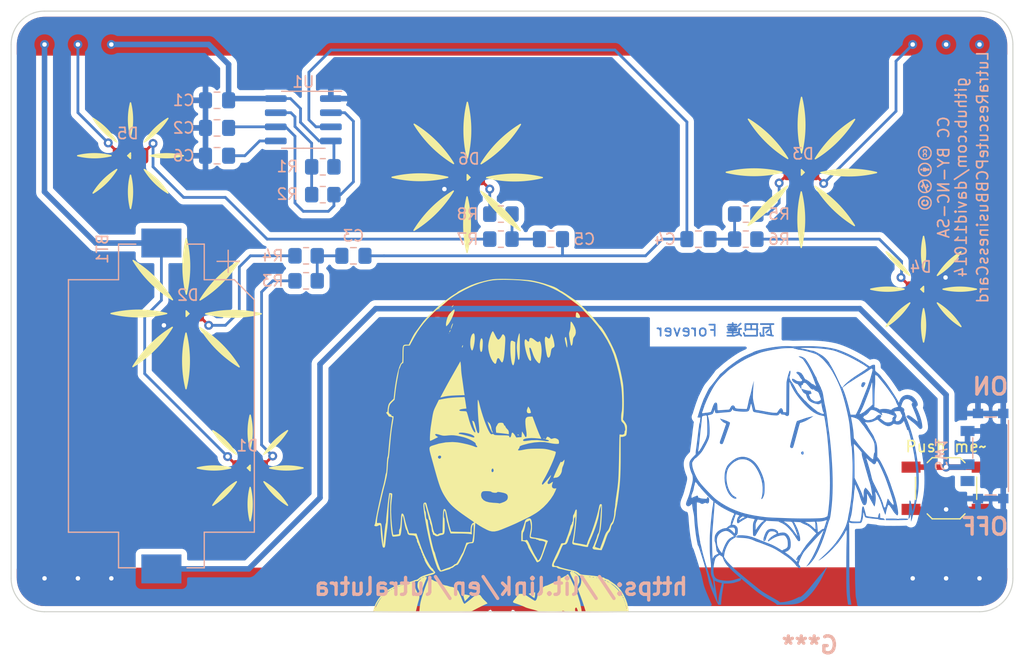
<source format=kicad_pcb>
(kicad_pcb (version 20211014) (generator pcbnew)
  (layers (0 "F.Cu" signal) (31 "B.Cu" signal) (34 "B.Paste" user) (35 "F.Paste" user) (36 "B.SilkS" user "B.Silkscreen") (37 "F.SilkS" user "F.Silkscreen") (38 "B.Mask" user) (39 "F.Mask" user) (44 "Edge.Cuts" user))
  (net 0 "")
  (net 1 "+3V0")
  (net 2 "GNDREF")
  (net 3 "Net-(C2-Pad1)")
  (net 4 "Net-(C3-Pad2)")
  (net 5 "Net-(D1-Pad1)")
  (net 6 "Net-(D2-Pad2)")
  (net 7 "Net-(R1-Pad2)")
  (net 9 "555 Output")
  (net 10 "Net-(C4-Pad2)")
  (net 11 "Net-(C5-Pad2)")
  (net 12 "Net-(D3-Pad1)")
  (net 13 "Net-(D4-Pad2)")
  (net 14 "Net-(D5-Pad1)")
  (net 15 "Net-(D6-Pad2)")
  (net 16 "Net-(BT1-Pad2)")
  (net 17 "Net-(C6-Pad1)")
  (footprint "Img:LED_0805_2012Metric_Pad1.15x1.40mm_HandSolder_Flower" (layer "F.Cu") (at 139.975 96.95)
    (fp_text reference "D6")
    (fp_text value "LED")
  )
  (footprint "Img:LED_0805_2012Metric_Pad1.15x1.40mm_HandSolder_Flower_small" (layer "F.Cu") (at 109.725 95 180)
    (fp_text reference "D5")
    (fp_text value "LED")
  )
  (footprint "Img:LED_0805_2012Metric_Pad1.15x1.40mm_HandSolder_Flower_small" (layer "F.Cu") (at 120.475 123.075 180)
    (fp_text reference "D1")
    (fp_text value "LED")
  )
  (footprint "Button_Switch_SMD:SW_SPST_TL3342" (layer "F.Cu") (at 183 124.9)
    (fp_text reference "Push me~")
    (fp_text value "SW_Push")
  )
  (footprint "Img:LED_0805_2012Metric_Pad1.15x1.40mm_HandSolder_Flower" (layer "F.Cu") (at 170 96.5)
    (fp_text reference "D3")
    (fp_text value "LED")
  )
  (footprint "Img:Lutra_PCB_white" (layer "F.Cu") (at 143 121)
    (fp_text reference "G***" hide)
    (fp_text value "LOGO" hide)
  )
  (footprint "Img:LED_0805_2012Metric_Pad1.15x1.40mm_HandSolder_Flower" (layer "F.Cu") (at 114.725 109.2)
    (fp_text reference "D2")
    (fp_text value "LED")
  )
  (footprint "Img:LED_0805_2012Metric_Pad1.15x1.40mm_HandSolder_Flower_small" (layer "F.Cu") (at 180.975 107 180)
    (fp_text reference "D4")
    (fp_text value "LED")
  )
  (footprint "Capacitor_SMD:C_0805_2012Metric_Pad1.18x1.45mm_HandSolder" (layer "B.Cu") (at 160.75 102.5)
    (fp_text reference "C4")
    (fp_text value "10uF")
  )
  (footprint "Resistor_SMD:R_0805_2012Metric_Pad1.20x1.40mm_HandSolder" (layer "B.Cu") (at 127 98.5)
    (fp_text reference "R2")
    (fp_text value "100K")
  )
  (footprint "Img:Lutra_QRCode" (layer "B.Cu") (at 143 121.5 180)
    (fp_text reference "https://lit.link/en/lutralutra")
    (fp_text value "Conn_01x01" hide)
  )
  (footprint "Capacitor_SMD:C_0805_2012Metric_Pad1.18x1.45mm_HandSolder" (layer "B.Cu") (at 117.5 90.018375)
    (fp_text reference "C1")
    (fp_text value "0.1uF")
  )
  (footprint "Resistor_SMD:R_0805_2012Metric_Pad1.20x1.40mm_HandSolder" (layer "B.Cu") (at 165 100.25 180)
    (fp_text reference "R5")
    (fp_text value "2K")
  )
  (footprint "Capacitor_SMD:C_0805_2012Metric_Pad1.18x1.45mm_HandSolder" (layer "B.Cu") (at 129.75 104 180)
    (fp_text reference "C3")
    (fp_text value "10uF")
  )
  (footprint "Img:CC-BY-NC-SA" (layer "B.Cu") (at 185.28409 96.93476 -90)
    (fp_text reference "LutraRescutePCBBusinessCard")
    (fp_text value "CC-BY-NC-SA" hide)
  )
  (footprint "Img:Switch_MSK-01A" (layer "B.Cu") (at 187 120.5 90)
    (fp_text reference "SW1")
    (fp_text value "SW_DPDT_x2")
  )
  (footprint "Capacitor_SMD:C_0805_2012Metric_Pad1.18x1.45mm_HandSolder" (layer "B.Cu") (at 117.5 95 180)
    (fp_text reference "C6")
    (fp_text value "0.001uF")
  )
  (footprint "Package_SO:SOIC-8_3.9x4.9mm_P1.27mm" (layer "B.Cu") (at 125.25 91.768375 180)
    (fp_text reference "U1")
    (fp_text value "LMC555CM/NOPB")
  )
  (footprint "Resistor_SMD:R_0805_2012Metric_Pad1.20x1.40mm_HandSolder" (layer "B.Cu") (at 143 100.25 180)
    (fp_text reference "R8")
    (fp_text value "2K")
  )
  (footprint "Img:Lutra_wabada" (layer "B.Cu") (at 170.151854 123.291103 180)
    (fp_text reference "G***")
    (fp_text value "LOGO" hide)
  )
  (footprint "Capacitor_SMD:C_0805_2012Metric_Pad1.18x1.45mm_HandSolder" (layer "B.Cu") (at 147.5 102.5 180)
    (fp_text reference "C5")
    (fp_text value "10uF")
  )
  (footprint "Resistor_SMD:R_0805_2012Metric_Pad1.20x1.40mm_HandSolder" (layer "B.Cu") (at 125.5 106.25)
    (fp_text reference "R3")
    (fp_text value "2K")
  )
  (footprint "Battery:BatteryHolder_Keystone_1060_1x2032" (layer "B.Cu") (at 112.5 117.5 -90)
    (fp_text reference "BT1")
    (fp_text value "Battery_Cell")
  )
  (footprint "Resistor_SMD:R_0805_2012Metric_Pad1.20x1.40mm_HandSolder" (layer "B.Cu") (at 165 102.5)
    (fp_text reference "R6")
    (fp_text value "2K")
  )
  (footprint "Resistor_SMD:R_0805_2012Metric_Pad1.20x1.40mm_HandSolder" (layer "B.Cu") (at 143 102.5)
    (fp_text reference "R7")
    (fp_text value "2K")
  )
  (footprint "Capacitor_SMD:C_0805_2012Metric_Pad1.18x1.45mm_HandSolder" (layer "B.Cu") (at 117.5 92.5 180)
    (fp_text reference "C2")
    (fp_text value "10uF")
  )
  (footprint "Resistor_SMD:R_0805_2012Metric_Pad1.20x1.40mm_HandSolder" (layer "B.Cu") (at 125.5 104 180)
    (fp_text reference "R4")
    (fp_text value "2K")
  )
  (footprint "Resistor_SMD:R_0805_2012Metric_Pad1.20x1.40mm_HandSolder" (layer "B.Cu") (at 127 96 180)
    (fp_text reference "R1")
    (fp_text value "100K")
  )
  (gr_arc (start 102 136) (mid 99.87868 135.12132) (end 99 133) (layer "Edge.Cuts") (width 0.1))
  (gr_arc (start 189 133) (mid 188.12132 135.12132) (end 186 136) (layer "Edge.Cuts") (width 0.1))
  (gr_line (start 189 85) (end 189 133) (layer "Edge.Cuts") (width 0.1))
  (gr_arc (start 186 82) (mid 188.12132 82.87868) (end 189 85) (layer "Edge.Cuts") (width 0.1))
  (gr_arc (start 99 85) (mid 99.87868 82.87868) (end 102 82) (layer "Edge.Cuts") (width 0.1))
  (gr_line (start 99 133) (end 99 85) (layer "Edge.Cuts") (width 0.1))
  (gr_line (start 102 82) (end 186 82) (layer "Edge.Cuts") (width 0.1))
  (gr_line (start 186 136) (end 102 136) (layer "Edge.Cuts") (width 0.1))
  (gr_text "OFF" (at 186.48 128.35) (layer "B.SilkS") (effects (font (size 1.5 1.5) (thickness 0.3)) (justify mirror)))
  (gr_text "ON" (at 186.98 115.75) (layer "B.SilkS") (effects (font (size 1.5 1.5) (thickness 0.3)) (justify mirror)))
  (segment (start 119.45 123.05) (end 118.45 122.05) (width 0.25) (layer "F.Cu") (net 1))
  (segment (start 172 97.475) (end 171.025 96.5) (width 0.25) (layer "F.Cu") (net 1))
  (segment (start 107.725 93.85) (end 108.7 94.825) (width 0.25) (layer "F.Cu") (net 1))
  (via (at 118.45 122.05) (size 0.8) (drill 0.4) (layers "F.Cu" "B.Cu") (net 1))
  (via (at 172 97.5) (size 0.8) (drill 0.4) (layers "F.Cu" "B.Cu") (net 1))
  (via (at 108 85) (size 0.8) (drill 0.4) (layers "F.Cu" "B.Cu") (net 1))
  (via (at 180 85) (size 0.8) (drill 0.4) (layers "F.Cu" "B.Cu") (net 1))
  (via (at 186 85) (size 0.8) (drill 0.4) (layers "F.Cu" "B.Cu") (net 1))
  (via (at 102 85) (size 0.8) (drill 0.4) (layers "F.Cu" "B.Cu") (net 1))
  (via (at 105 85) (size 0.8) (drill 0.4) (layers "F.Cu" "B.Cu") (net 1))
  (via (at 107.725 93.85) (size 0.8) (drill 0.4) (layers "F.Cu" "B.Cu") (net 1))
  (via (at 183 85) (size 0.8) (drill 0.4) (layers "F.Cu" "B.Cu") (net 1))
  (segment (start 108 85) (end 116.75 85) (width 0.5) (layer "B.Cu") (net 1))
  (segment (start 125 92) (end 126.673375 93.673375) (width 0.25) (layer "B.Cu") (net 1))
  (segment (start 118.5375 86.7875) (end 118.5375 90.018375) (width 0.5) (layer "B.Cu") (net 1))
  (segment (start 112.5 108) (end 112.5 102.85) (width 0.25) (layer "B.Cu") (net 1))
  (segment (start 122.775 89.863375) (end 124.095 89.863375) (width 0.25) (layer "B.Cu") (net 1))
  (segment (start 111 114.6) (end 111 109.5) (width 0.25) (layer "B.Cu") (net 1))
  (segment (start 105 85) (end 105 91.125) (width 0.25) (layer "B.Cu") (net 1))
  (segment (start 126.673375 93.673375) (end 127.725 93.673375) (width 0.25) (layer "B.Cu") (net 1))
  (segment (start 118.45 122.05) (end 111 114.6) (width 0.25) (layer "B.Cu") (net 1))
  (segment (start 178.5 91) (end 178.5 86.5) (width 0.25) (layer "B.Cu") (net 1))
  (segment (start 105 91.125) (end 107.725 93.85) (width 0.25) (layer "B.Cu") (net 1))
  (segment (start 128 96) (end 128 93.948375) (width 0.25) (layer "B.Cu") (net 1))
  (segment (start 106.6 102.85) (end 102 98.25) (width 0.5) (layer "B.Cu") (net 1))
  (segment (start 118.6925 89.863375) (end 118.5375 90.018375) (width 0.25) (layer "B.Cu") (net 1))
  (segment (start 172 97.5) (end 178.5 91) (width 0.25) (layer "B.Cu") (net 1))
  (segment (start 102 98.25) (end 102 85) (width 0.5) (layer "B.Cu") (net 1))
  (segment (start 125 90.768375) (end 125 92) (width 0.25) (layer "B.Cu") (net 1))
  (segment (start 111 109.5) (end 112.5 108) (width 0.25) (layer "B.Cu") (net 1))
  (segment (start 112.5 102.85) (end 106.6 102.85) (width 0.5) (layer "B.Cu") (net 1))
  (segment (start 122.775 89.863375) (end 118.6925 89.863375) (width 0.5) (layer "B.Cu") (net 1))
  (segment (start 116.75 85) (end 118.5375 86.7875) (width 0.5) (layer "B.Cu") (net 1))
  (segment (start 178.5 86.5) (end 180 85) (width 0.25) (layer "B.Cu") (net 1))
  (segment (start 128 93.948375) (end 127.725 93.673375) (width 0.25) (layer "B.Cu") (net 1))
  (segment (start 124.095 89.863375) (end 125 90.768375) (width 0.25) (layer "B.Cu") (net 1))
  (segment (start 183 126.8) (end 179.85 126.8) (width 0.5) (layer "F.Cu") (net 2))
  (segment (start 183 126.8) (end 186.15 126.8) (width 0.5) (layer "F.Cu") (net 2))
  (segment (start 113.7 109.275) (end 112.725 110.25) (width 0.25) (layer "F.Cu") (net 2))
  (segment (start 182 106.9) (end 182.95 105.95) (width 0.25) (layer "F.Cu") (net 2))
  (segment (start 138.95 96.975) (end 137.925 98) (width 0.25) (layer "F.Cu") (net 2))
  (via (at 186 133) (size 0.8) (drill 0.4) (layers "F.Cu" "B.Cu") (net 2))
  (via (at 180 133) (size 0.8) (drill 0.4) (layers "F.Cu" "B.Cu") (net 2))
  (via (at 108 133) (size 0.8) (drill 0.4) (layers "F.Cu" "B.Cu") (net 2))
  (via (at 183 133) (size 0.8) (drill 0.4) (layers "F.Cu" "B.Cu") (net 2))
  (via (at 182.95 105.95) (size 0.8) (drill 0.4) (layers "F.Cu" "B.Cu") (net 2))
  (via (at 105 133) (size 0.8) (drill 0.4) (layers "F.Cu" "B.Cu") (net 2))
  (via (at 112.725 110.25) (size 0.8) (drill 0.4) (layers "F.Cu" "B.Cu") (net 2))
  (via (at 102 133) (size 0.8) (drill 0.4) (layers "F.Cu" "B.Cu") (net 2))
  (via (at 137.925 98) (size 0.8) (drill 0.4) (layers "F.Cu" "B.Cu") (net 2))
  (via (at 183 126.8) (size 0.8) (drill 0.4) (layers "F.Cu" "B.Cu") (net 2))
  (segment (start 128.983375 91.133375) (end 127.725 91.133375) (width 0.25) (layer "B.Cu") (net 3))
  (segment (start 122.775 92.403375) (end 118.634125 92.403375) (width 0.25) (layer "B.Cu") (net 3))
  (segment (start 128 99.5) (end 128 98.5) (width 0.25) (layer "B.Cu") (net 3))
  (segment (start 127.5 100) (end 128 99.5) (width 0.25) (layer "B.Cu") (net 3))
  (segment (start 124.5 99.25) (end 125.25 100) (width 0.25) (layer "B.Cu") (net 3))
  (segment (start 124.5 93.25) (end 124.5 99.25) (width 0.25) (layer "B.Cu") (net 3))
  (segment (start 128.6 98.5) (end 129.75 97.35) (width 0.25) (layer "B.Cu") (net 3))
  (segment (start 122.775 92.403375) (end 123.653375 92.403375) (width 0.25) (layer "B.Cu") (net 3))
  (segment (start 118.634125 92.403375) (end 118.5375 92.5) (width 0.25) (layer "B.Cu") (net 3))
  (segment (start 129.75 97.35) (end 129.75 91.9) (width 0.25) (layer "B.Cu") (net 3))
  (segment (start 123.653375 92.403375) (end 124.5 93.25) (width 0.25) (layer "B.Cu") (net 3))
  (segment (start 129.75 91.9) (end 128.983375 91.133375) (width 0.25) (layer "B.Cu") (net 3))
  (segment (start 128 98.5) (end 128.6 98.5) (width 0.25) (layer "B.Cu") (net 3))
  (segment (start 125.25 100) (end 127.5 100) (width 0.25) (layer "B.Cu") (net 3))
  (segment (start 126.5 104) (end 126.5 106.25) (width 0.25) (layer "B.Cu") (net 4))
  (segment (start 128.7125 104) (end 126.5 104) (width 0.25) (layer "B.Cu") (net 4))
  (segment (start 121.5 123) (end 122.5 122) (width 0.25) (layer "F.Cu") (net 5))
  (via (at 122.5 122) (size 0.8) (drill 0.4) (layers "F.Cu" "B.Cu") (net 5))
  (segment (start 121.5 107.25) (end 122.5 106.25) (width 0.25) (layer "B.Cu") (net 5))
  (segment (start 121.5 121) (end 121.5 107.25) (width 0.25) (layer "B.Cu") (net 5))
  (segment (start 124.5 106.25) (end 122.5 106.25) (width 0.25) (layer "B.Cu") (net 5))
  (segment (start 122.5 122) (end 121.5 121) (width 0.25) (layer "B.Cu") (net 5))
  (segment (start 115.75 109.25) (end 116.75 110.25) (width 0.25) (layer "F.Cu") (net 6))
  (via (at 116.75 110.25) (size 0.8) (drill 0.4) (layers "F.Cu" "B.Cu") (net 6))
  (segment (start 118.25 110.25) (end 119.5 109) (width 0.25) (layer "B.Cu") (net 6))
  (segment (start 120.5 104) (end 119.5 105) (width 0.25) (layer "B.Cu") (net 6))
  (segment (start 124.5 104) (end 120.5 104) (width 0.25) (layer "B.Cu") (net 6))
  (segment (start 119.5 109) (end 119.5 105) (width 0.25) (layer "B.Cu") (net 6))
  (segment (start 116.75 110.25) (end 118.25 110.25) (width 0.25) (layer "B.Cu") (net 6))
  (segment (start 124.5 91.5) (end 124.5 92.375) (width 0.25) (layer "B.Cu") (net 7))
  (segment (start 124.5 92.375) (end 126 93.875) (width 0.25) (layer "B.Cu") (net 7))
  (segment (start 122.775 91.133375) (end 124.133375 91.133375) (width 0.25) (layer "B.Cu") (net 7))
  (segment (start 126 93.875) (end 126 96) (width 0.25) (layer "B.Cu") (net 7))
  (segment (start 124.133375 91.133375) (end 124.5 91.5) (width 0.25) (layer "B.Cu") (net 7))
  (segment (start 126 96) (end 126 98.5) (width 0.25) (layer "B.Cu") (net 7))
  (segment (start 132.5 104) (end 148.5 104) (width 0.25) (layer "B.Cu") (net 9))
  (segment (start 148.5375 103.9625) (end 148.5 104) (width 0.25) (layer "B.Cu") (net 9))
  (segment (start 126.385 92.403375) (end 127.725 92.403375) (width 0.25) (layer "B.Cu") (net 9))
  (segment (start 148.5375 102.5) (end 148.5375 103.9625) (width 0.25) (layer "B.Cu") (net 9))
  (segment (start 153.25 85.5) (end 127.75 85.5) (width 0.25) (layer "B.Cu") (net 9))
  (segment (start 125.75 91.768375) (end 126.385 92.403375) (width 0.25) (layer "B.Cu") (net 9))
  (segment (start 125.75 87.5) (end 125.75 91.768375) (width 0.25) (layer "B.Cu") (net 9))
  (segment (start 159.7125 102.5) (end 159.7125 91.9625) (width 0.25) (layer "B.Cu") (net 9))
  (segment (start 157.5 102.5) (end 159.7125 102.5) (width 0.25) (layer "B.Cu") (net 9))
  (segment (start 156 104) (end 157.5 102.5) (width 0.25) (layer "B.Cu") (net 9))
  (segment (start 127.75 85.5) (end 125.75 87.5) (width 0.25) (layer "B.Cu") (net 9))
  (segment (start 130.75 104) (end 132.5 104) (width 0.25) (layer "B.Cu") (net 9))
  (segment (start 148.5 104) (end 156 104) (width 0.25) (layer "B.Cu") (net 9))
  (segment (start 159.7125 91.9625) (end 153.25 85.5) (width 0.25) (layer "B.Cu") (net 9))
  (segment (start 164 102.5) (end 161.7875 102.5) (width 0.25) (layer "B.Cu") (net 10))
  (segment (start 164 100.25) (end 164 102.5) (width 0.25) (layer "B.Cu") (net 10))
  (segment (start 144 102.5) (end 144 100.25) (width 0.25) (layer "B.Cu") (net 11))
  (segment (start 144.25 102.5) (end 146.4625 102.5) (width 0.25) (layer "B.Cu") (net 11))
  (segment (start 168.923023 96.5) (end 168 97.423023) (width 0.25) (layer "F.Cu") (net 12))
  (via (at 168 97.455646) (size 0.8) (drill 0.4) (layers "F.Cu" "B.Cu") (net 12))
  (segment (start 166 100.25) (end 167 100.25) (width 0.25) (layer "B.Cu") (net 12))
  (segment (start 167 100.25) (end 168 99.25) (width 0.25) (layer "B.Cu") (net 12))
  (segment (start 168 99.25) (end 168 97.455646) (width 0.25) (layer "B.Cu") (net 12))
  (segment (start 179.95 106.95) (end 178.95 105.95) (width 0.25) (layer "F.Cu") (net 13))
  (via (at 178.95 105.95) (size 0.8) (drill 0.4) (layers "F.Cu" "B.Cu") (net 13))
  (segment (start 179 105.9) (end 178.95 105.95) (width 0.25) (layer "B.Cu") (net 13))
  (segment (start 179 104.5) (end 179 105.9) (width 0.25) (layer "B.Cu") (net 13))
  (segment (start 166 102.5) (end 177 102.5) (width 0.25) (layer "B.Cu") (net 13))
  (segment (start 177 102.5) (end 179 104.5) (width 0.25) (layer "B.Cu") (net 13))
  (segment (start 110.75 94.9) (end 111.75 93.9) (width 0.25) (layer "F.Cu") (net 14))
  (via (at 111.75 93.9) (size 0.8) (drill 0.4) (layers "F.Cu" "B.Cu") (net 14))
  (segment (start 122 102.5) (end 142 102.5) (width 0.25) (layer "B.Cu") (net 14))
  (segment (start 118.25 98.75) (end 122 102.5) (width 0.25) (layer "B.Cu") (net 14))
  (segment (start 111.75 96) (end 114.5 98.75) (width 0.25) (layer "B.Cu") (net 14))
  (segment (start 114.5 98.75) (end 118.25 98.75) (width 0.25) (layer "B.Cu") (net 14))
  (segment (start 111.75 93.9) (end 111.75 96) (width 0.25) (layer "B.Cu") (net 14))
  (segment (start 141 97) (end 142 98) (width 0.25) (layer "F.Cu") (net 15))
  (via (at 142 98) (size 0.8) (drill 0.4) (layers "F.Cu" "B.Cu") (net 15))
  (segment (start 142 98) (end 142 100.25) (width 0.25) (layer "B.Cu") (net 15))
  (segment (start 183 123) (end 186.15 123) (width 0.5) (layer "F.Cu") (net 16))
  (segment (start 183 123) (end 179.85 123) (width 0.5) (layer "F.Cu") (net 16))
  (via (at 183 123) (size 0.8) (drill 0.4) (layers "F.Cu" "B.Cu") (net 16))
  (segment (start 175.25 108.75) (end 183 116.5) (width 0.5) (layer "B.Cu") (net 16))
  (segment (start 131.75 108.75) (end 175.25 108.75) (width 0.5) (layer "B.Cu") (net 16))
  (segment (start 126.75 125.75) (end 126.75 113.75) (width 0.5) (layer "B.Cu") (net 16))
  (segment (start 126.75 113.75) (end 131.75 108.75) (width 0.5) (layer "B.Cu") (net 16))
  (segment (start 112.5 132.15) (end 120.35 132.15) (width 0.5) (layer "B.Cu") (net 16))
  (segment (start 183 116.5) (end 183 123) (width 0.5) (layer "B.Cu") (net 16))
  (segment (start 120.35 132.15) (end 126.75 125.75) (width 0.5) (layer "B.Cu") (net 16))
  (segment (start 184.675 123) (end 184.925 122.75) (width 0.5) (layer "B.Cu") (net 16))
  (segment (start 183 123) (end 184.675 123) (width 0.5) (layer "B.Cu") (net 16))
  (segment (start 121.326625 93.673375) (end 120 95) (width 0.25) (layer "B.Cu") (net 17))
  (segment (start 120 95) (end 118.5375 95) (width 0.25) (layer "B.Cu") (net 17))
  (segment (start 122.68 93.768375) (end 122.775 93.673375) (width 0.25) (layer "B.Cu") (net 17))
  (segment (start 122.775 93.673375) (end 121.326625 93.673375) (width 0.25) (layer "B.Cu") (net 17))
  (zone (net 1) (net_name "+3V0") (layer "F.Cu") (connect_pads (clearance 0.508)) (min_thickness 0.254) (fill yes (thermal_gap 0.508) (thermal_bridge_width 0.508))
    (polygon (pts (xy 190 81) (xy 190 86) (xy 98 86) (xy 98 81)))
  )
  (zone (net 2) (net_name "GNDREF") (layer "F.Cu") (connect_pads (clearance 0.508)) (min_thickness 0.254) (fill yes (thermal_gap 0.508) (thermal_bridge_width 0.508))
    (polygon (pts (xy 189.999457 132) (xy 190 137) (xy 98 137) (xy 97.999457 132.05)))
  )
  (zone (net 2) (net_name "GNDREF") (layer "B.Cu") (connect_pads (clearance 0.508)) (min_thickness 0.254) (fill yes (thermal_gap 0.508) (thermal_bridge_width 0.508))
    (polygon (pts (xy 190 137) (xy 98 137) (xy 98 81) (xy 190 81)))
  )
)
</source>
